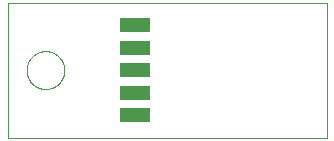
<source format=gtp>
G75*
%MOIN*%
%OFA0B0*%
%FSLAX25Y25*%
%IPPOS*%
%LPD*%
%AMOC8*
5,1,8,0,0,1.08239X$1,22.5*
%
%ADD10C,0.00000*%
%ADD11R,0.10000X0.05000*%
D10*
X0009000Y0009000D02*
X0009000Y0053961D01*
X0115201Y0053961D01*
X0115201Y0009000D01*
X0009000Y0009000D01*
X0015201Y0031500D02*
X0015203Y0031658D01*
X0015209Y0031816D01*
X0015219Y0031974D01*
X0015233Y0032132D01*
X0015251Y0032289D01*
X0015272Y0032446D01*
X0015298Y0032602D01*
X0015328Y0032758D01*
X0015361Y0032913D01*
X0015399Y0033066D01*
X0015440Y0033219D01*
X0015485Y0033371D01*
X0015534Y0033522D01*
X0015587Y0033671D01*
X0015643Y0033819D01*
X0015703Y0033965D01*
X0015767Y0034110D01*
X0015835Y0034253D01*
X0015906Y0034395D01*
X0015980Y0034535D01*
X0016058Y0034672D01*
X0016140Y0034808D01*
X0016224Y0034942D01*
X0016313Y0035073D01*
X0016404Y0035202D01*
X0016499Y0035329D01*
X0016596Y0035454D01*
X0016697Y0035576D01*
X0016801Y0035695D01*
X0016908Y0035812D01*
X0017018Y0035926D01*
X0017131Y0036037D01*
X0017246Y0036146D01*
X0017364Y0036251D01*
X0017485Y0036353D01*
X0017608Y0036453D01*
X0017734Y0036549D01*
X0017862Y0036642D01*
X0017992Y0036732D01*
X0018125Y0036818D01*
X0018260Y0036902D01*
X0018396Y0036981D01*
X0018535Y0037058D01*
X0018676Y0037130D01*
X0018818Y0037200D01*
X0018962Y0037265D01*
X0019108Y0037327D01*
X0019255Y0037385D01*
X0019404Y0037440D01*
X0019554Y0037491D01*
X0019705Y0037538D01*
X0019857Y0037581D01*
X0020010Y0037620D01*
X0020165Y0037656D01*
X0020320Y0037687D01*
X0020476Y0037715D01*
X0020632Y0037739D01*
X0020789Y0037759D01*
X0020947Y0037775D01*
X0021104Y0037787D01*
X0021263Y0037795D01*
X0021421Y0037799D01*
X0021579Y0037799D01*
X0021737Y0037795D01*
X0021896Y0037787D01*
X0022053Y0037775D01*
X0022211Y0037759D01*
X0022368Y0037739D01*
X0022524Y0037715D01*
X0022680Y0037687D01*
X0022835Y0037656D01*
X0022990Y0037620D01*
X0023143Y0037581D01*
X0023295Y0037538D01*
X0023446Y0037491D01*
X0023596Y0037440D01*
X0023745Y0037385D01*
X0023892Y0037327D01*
X0024038Y0037265D01*
X0024182Y0037200D01*
X0024324Y0037130D01*
X0024465Y0037058D01*
X0024604Y0036981D01*
X0024740Y0036902D01*
X0024875Y0036818D01*
X0025008Y0036732D01*
X0025138Y0036642D01*
X0025266Y0036549D01*
X0025392Y0036453D01*
X0025515Y0036353D01*
X0025636Y0036251D01*
X0025754Y0036146D01*
X0025869Y0036037D01*
X0025982Y0035926D01*
X0026092Y0035812D01*
X0026199Y0035695D01*
X0026303Y0035576D01*
X0026404Y0035454D01*
X0026501Y0035329D01*
X0026596Y0035202D01*
X0026687Y0035073D01*
X0026776Y0034942D01*
X0026860Y0034808D01*
X0026942Y0034672D01*
X0027020Y0034535D01*
X0027094Y0034395D01*
X0027165Y0034253D01*
X0027233Y0034110D01*
X0027297Y0033965D01*
X0027357Y0033819D01*
X0027413Y0033671D01*
X0027466Y0033522D01*
X0027515Y0033371D01*
X0027560Y0033219D01*
X0027601Y0033066D01*
X0027639Y0032913D01*
X0027672Y0032758D01*
X0027702Y0032602D01*
X0027728Y0032446D01*
X0027749Y0032289D01*
X0027767Y0032132D01*
X0027781Y0031974D01*
X0027791Y0031816D01*
X0027797Y0031658D01*
X0027799Y0031500D01*
X0027797Y0031342D01*
X0027791Y0031184D01*
X0027781Y0031026D01*
X0027767Y0030868D01*
X0027749Y0030711D01*
X0027728Y0030554D01*
X0027702Y0030398D01*
X0027672Y0030242D01*
X0027639Y0030087D01*
X0027601Y0029934D01*
X0027560Y0029781D01*
X0027515Y0029629D01*
X0027466Y0029478D01*
X0027413Y0029329D01*
X0027357Y0029181D01*
X0027297Y0029035D01*
X0027233Y0028890D01*
X0027165Y0028747D01*
X0027094Y0028605D01*
X0027020Y0028465D01*
X0026942Y0028328D01*
X0026860Y0028192D01*
X0026776Y0028058D01*
X0026687Y0027927D01*
X0026596Y0027798D01*
X0026501Y0027671D01*
X0026404Y0027546D01*
X0026303Y0027424D01*
X0026199Y0027305D01*
X0026092Y0027188D01*
X0025982Y0027074D01*
X0025869Y0026963D01*
X0025754Y0026854D01*
X0025636Y0026749D01*
X0025515Y0026647D01*
X0025392Y0026547D01*
X0025266Y0026451D01*
X0025138Y0026358D01*
X0025008Y0026268D01*
X0024875Y0026182D01*
X0024740Y0026098D01*
X0024604Y0026019D01*
X0024465Y0025942D01*
X0024324Y0025870D01*
X0024182Y0025800D01*
X0024038Y0025735D01*
X0023892Y0025673D01*
X0023745Y0025615D01*
X0023596Y0025560D01*
X0023446Y0025509D01*
X0023295Y0025462D01*
X0023143Y0025419D01*
X0022990Y0025380D01*
X0022835Y0025344D01*
X0022680Y0025313D01*
X0022524Y0025285D01*
X0022368Y0025261D01*
X0022211Y0025241D01*
X0022053Y0025225D01*
X0021896Y0025213D01*
X0021737Y0025205D01*
X0021579Y0025201D01*
X0021421Y0025201D01*
X0021263Y0025205D01*
X0021104Y0025213D01*
X0020947Y0025225D01*
X0020789Y0025241D01*
X0020632Y0025261D01*
X0020476Y0025285D01*
X0020320Y0025313D01*
X0020165Y0025344D01*
X0020010Y0025380D01*
X0019857Y0025419D01*
X0019705Y0025462D01*
X0019554Y0025509D01*
X0019404Y0025560D01*
X0019255Y0025615D01*
X0019108Y0025673D01*
X0018962Y0025735D01*
X0018818Y0025800D01*
X0018676Y0025870D01*
X0018535Y0025942D01*
X0018396Y0026019D01*
X0018260Y0026098D01*
X0018125Y0026182D01*
X0017992Y0026268D01*
X0017862Y0026358D01*
X0017734Y0026451D01*
X0017608Y0026547D01*
X0017485Y0026647D01*
X0017364Y0026749D01*
X0017246Y0026854D01*
X0017131Y0026963D01*
X0017018Y0027074D01*
X0016908Y0027188D01*
X0016801Y0027305D01*
X0016697Y0027424D01*
X0016596Y0027546D01*
X0016499Y0027671D01*
X0016404Y0027798D01*
X0016313Y0027927D01*
X0016224Y0028058D01*
X0016140Y0028192D01*
X0016058Y0028328D01*
X0015980Y0028465D01*
X0015906Y0028605D01*
X0015835Y0028747D01*
X0015767Y0028890D01*
X0015703Y0029035D01*
X0015643Y0029181D01*
X0015587Y0029329D01*
X0015534Y0029478D01*
X0015485Y0029629D01*
X0015440Y0029781D01*
X0015399Y0029934D01*
X0015361Y0030087D01*
X0015328Y0030242D01*
X0015298Y0030398D01*
X0015272Y0030554D01*
X0015251Y0030711D01*
X0015233Y0030868D01*
X0015219Y0031026D01*
X0015209Y0031184D01*
X0015203Y0031342D01*
X0015201Y0031500D01*
D11*
X0051500Y0031500D03*
X0051500Y0039000D03*
X0051500Y0046500D03*
X0051500Y0024000D03*
X0051500Y0016500D03*
M02*

</source>
